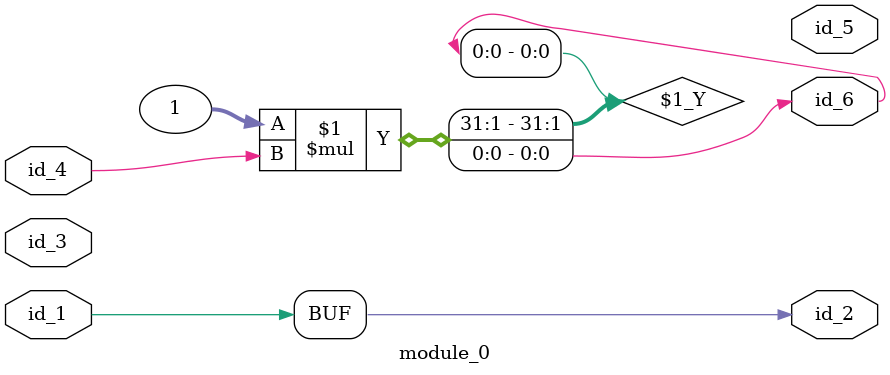
<source format=v>
module module_0 (
    id_1,
    id_2,
    id_3,
    id_4,
    id_5,
    id_6
);
  output id_6;
  output id_5;
  inout id_4;
  input id_3;
  output id_2;
  input id_1;
  assign id_2[1'b0] = id_1;
  assign id_6 = 1 * id_4;
endmodule

</source>
